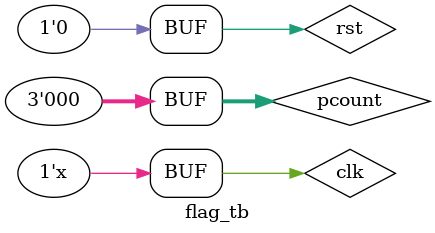
<source format=v>
module flag_setter(clk, rst, pcount, Empty_F, Full_F);
input clk,rst;
parameter n = 3;
input wire [n-1:0] pcount;
output Empty_F, Full_F;
reg rst_flag;

//resetting block
always@(posedge clk)
begin
if(rst) rst_flag <= 1 ;
else rst_flag <= 0 ;
end

//concurrent assignment for flags

assign Empty_F = (rst_flag) ? 1 : ( pcount == 0 ) ? 1 : 0;
assign Full_F = (rst_flag) ? 0 : ( pcount == (2**n-1) ) ? 1 : 0;

endmodule

module flag_tb;
parameter n = 3;
reg [n-1:0] pcount;
reg clk,rst;
wire Empty_F, Full_F;

flag_setter FS1(clk, rst, pcount, Empty_F, Full_F);

initial begin
clk <=0;
rst <=0;
end

always begin
#5
clk <= ~ clk;
end

initial begin
#5
rst <= 1;
#20
rst <= 0;
pcount <= 0;
#10
pcount <= 3;
#10
pcount <= 7;
#10
pcount <= 0;

$monitor("%d %b %d %b %b",clk, rst, pcount, Empty_F, Full_F);
end

endmodule 
</source>
